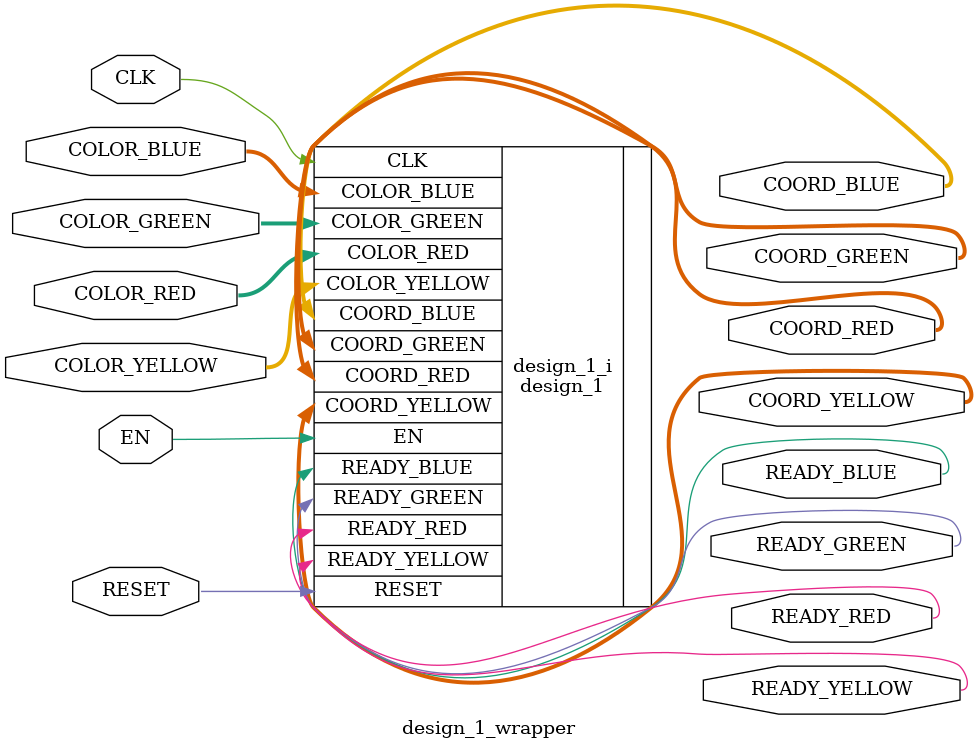
<source format=v>
`timescale 1 ps / 1 ps

module design_1_wrapper
   (CLK,
    COLOR_BLUE,
    COLOR_GREEN,
    COLOR_RED,
    COLOR_YELLOW,
    COORD_BLUE,
    COORD_GREEN,
    COORD_RED,
    COORD_YELLOW,
    EN,
    READY_BLUE,
    READY_GREEN,
    READY_RED,
    READY_YELLOW,
    RESET);
  input CLK;
  input [1:0]COLOR_BLUE;
  input [1:0]COLOR_GREEN;
  input [1:0]COLOR_RED;
  input [1:0]COLOR_YELLOW;
  output [31:0]COORD_BLUE;
  output [31:0]COORD_GREEN;
  output [31:0]COORD_RED;
  output [31:0]COORD_YELLOW;
  input EN;
  output READY_BLUE;
  output READY_GREEN;
  output READY_RED;
  output READY_YELLOW;
  input RESET;

  wire CLK;
  wire [1:0]COLOR_BLUE;
  wire [1:0]COLOR_GREEN;
  wire [1:0]COLOR_RED;
  wire [1:0]COLOR_YELLOW;
  wire [31:0]COORD_BLUE;
  wire [31:0]COORD_GREEN;
  wire [31:0]COORD_RED;
  wire [31:0]COORD_YELLOW;
  wire EN;
  wire READY_BLUE;
  wire READY_GREEN;
  wire READY_RED;
  wire READY_YELLOW;
  wire RESET;

  design_1 design_1_i
       (.CLK(CLK),
        .COLOR_BLUE(COLOR_BLUE),
        .COLOR_GREEN(COLOR_GREEN),
        .COLOR_RED(COLOR_RED),
        .COLOR_YELLOW(COLOR_YELLOW),
        .COORD_BLUE(COORD_BLUE),
        .COORD_GREEN(COORD_GREEN),
        .COORD_RED(COORD_RED),
        .COORD_YELLOW(COORD_YELLOW),
        .EN(EN),
        .READY_BLUE(READY_BLUE),
        .READY_GREEN(READY_GREEN),
        .READY_RED(READY_RED),
        .READY_YELLOW(READY_YELLOW),
        .RESET(RESET));
endmodule

</source>
